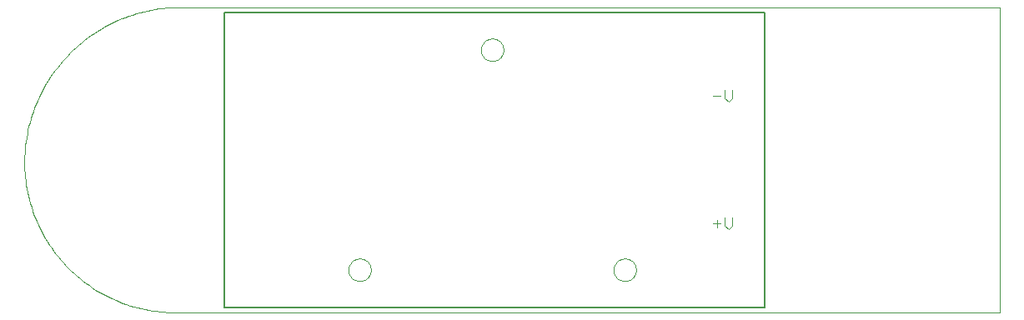
<source format=gbo>
G75*
%MOIN*%
%OFA0B0*%
%FSLAX24Y24*%
%IPPOS*%
%LPD*%
%AMOC8*
5,1,8,0,0,1.08239X$1,22.5*
%
%ADD10C,0.0000*%
%ADD11C,0.0050*%
%ADD12C,0.0040*%
D10*
X006701Y001180D02*
X039656Y001180D01*
X039656Y013385D01*
X006982Y013385D01*
X018930Y011680D02*
X018932Y011722D01*
X018938Y011764D01*
X018948Y011805D01*
X018961Y011845D01*
X018979Y011883D01*
X018999Y011920D01*
X019024Y011955D01*
X019051Y011987D01*
X019081Y012016D01*
X019114Y012043D01*
X019149Y012066D01*
X019186Y012086D01*
X019225Y012102D01*
X019265Y012115D01*
X019306Y012124D01*
X019348Y012129D01*
X019391Y012130D01*
X019433Y012127D01*
X019474Y012120D01*
X019515Y012109D01*
X019555Y012095D01*
X019593Y012077D01*
X019629Y012055D01*
X019663Y012030D01*
X019694Y012002D01*
X019723Y011971D01*
X019749Y011938D01*
X019771Y011902D01*
X019791Y011864D01*
X019806Y011825D01*
X019818Y011785D01*
X019826Y011743D01*
X019830Y011701D01*
X019830Y011659D01*
X019826Y011617D01*
X019818Y011575D01*
X019806Y011535D01*
X019791Y011496D01*
X019771Y011458D01*
X019749Y011422D01*
X019723Y011389D01*
X019694Y011358D01*
X019663Y011330D01*
X019629Y011305D01*
X019593Y011283D01*
X019555Y011265D01*
X019515Y011251D01*
X019474Y011240D01*
X019433Y011233D01*
X019391Y011230D01*
X019348Y011231D01*
X019306Y011236D01*
X019265Y011245D01*
X019225Y011258D01*
X019186Y011274D01*
X019149Y011294D01*
X019114Y011317D01*
X019081Y011344D01*
X019051Y011373D01*
X019024Y011405D01*
X018999Y011440D01*
X018979Y011477D01*
X018961Y011515D01*
X018948Y011555D01*
X018938Y011596D01*
X018932Y011638D01*
X018930Y011680D01*
X006983Y013384D02*
X006828Y013385D01*
X006673Y013381D01*
X006518Y013373D01*
X006363Y013362D01*
X006209Y013346D01*
X006055Y013327D01*
X005901Y013304D01*
X005749Y013278D01*
X005597Y013247D01*
X005445Y013213D01*
X005295Y013174D01*
X005146Y013133D01*
X004998Y013087D01*
X004851Y013038D01*
X004705Y012985D01*
X004560Y012928D01*
X004417Y012868D01*
X004276Y012804D01*
X004136Y012737D01*
X003998Y012667D01*
X003862Y012593D01*
X003728Y012515D01*
X003595Y012434D01*
X003465Y012350D01*
X003337Y012263D01*
X003211Y012173D01*
X003087Y012079D01*
X002966Y011983D01*
X002847Y011883D01*
X002730Y011780D01*
X002617Y011675D01*
X002505Y011567D01*
X002397Y011456D01*
X002291Y011342D01*
X002189Y011226D01*
X002089Y011107D01*
X001992Y010986D01*
X001898Y010863D01*
X001808Y010737D01*
X001720Y010609D01*
X001636Y010479D01*
X001555Y010346D01*
X001477Y010212D01*
X001403Y010076D01*
X001332Y009938D01*
X001265Y009798D01*
X001201Y009657D01*
X001141Y009514D01*
X001084Y009370D01*
X001031Y009224D01*
X000981Y009077D01*
X000935Y008929D01*
X000893Y008780D01*
X000855Y008630D01*
X000820Y008478D01*
X000789Y008326D01*
X000762Y008174D01*
X000739Y008020D01*
X000720Y007867D01*
X000704Y007712D01*
X000692Y007558D01*
X000685Y007403D01*
X000681Y007248D01*
X000680Y007248D02*
X000680Y007201D01*
X000682Y007048D01*
X000688Y006896D01*
X000697Y006744D01*
X000711Y006592D01*
X000728Y006440D01*
X000749Y006289D01*
X000774Y006139D01*
X000803Y005989D01*
X000836Y005840D01*
X000872Y005692D01*
X000912Y005545D01*
X000956Y005399D01*
X001004Y005254D01*
X001055Y005110D01*
X001110Y004968D01*
X001168Y004827D01*
X001230Y004687D01*
X001295Y004549D01*
X001364Y004413D01*
X001437Y004279D01*
X001512Y004147D01*
X001591Y004016D01*
X001674Y003888D01*
X001759Y003761D01*
X001848Y003637D01*
X001940Y003516D01*
X002035Y003396D01*
X002133Y003279D01*
X002233Y003165D01*
X002337Y003053D01*
X002444Y002944D01*
X002553Y002837D01*
X002665Y002733D01*
X002779Y002633D01*
X002896Y002535D01*
X003016Y002440D01*
X003137Y002348D01*
X003261Y002259D01*
X003388Y002174D01*
X003516Y002091D01*
X003647Y002012D01*
X003779Y001937D01*
X003913Y001864D01*
X004049Y001795D01*
X004187Y001730D01*
X004327Y001668D01*
X004468Y001610D01*
X004610Y001555D01*
X004754Y001504D01*
X004899Y001456D01*
X005045Y001412D01*
X005192Y001372D01*
X005340Y001336D01*
X005489Y001303D01*
X005639Y001274D01*
X005789Y001249D01*
X005940Y001228D01*
X006092Y001211D01*
X006244Y001197D01*
X006396Y001188D01*
X006548Y001182D01*
X006701Y001180D01*
X013630Y002880D02*
X013632Y002922D01*
X013638Y002964D01*
X013648Y003005D01*
X013661Y003045D01*
X013679Y003083D01*
X013699Y003120D01*
X013724Y003155D01*
X013751Y003187D01*
X013781Y003216D01*
X013814Y003243D01*
X013849Y003266D01*
X013886Y003286D01*
X013925Y003302D01*
X013965Y003315D01*
X014006Y003324D01*
X014048Y003329D01*
X014091Y003330D01*
X014133Y003327D01*
X014174Y003320D01*
X014215Y003309D01*
X014255Y003295D01*
X014293Y003277D01*
X014329Y003255D01*
X014363Y003230D01*
X014394Y003202D01*
X014423Y003171D01*
X014449Y003138D01*
X014471Y003102D01*
X014491Y003064D01*
X014506Y003025D01*
X014518Y002985D01*
X014526Y002943D01*
X014530Y002901D01*
X014530Y002859D01*
X014526Y002817D01*
X014518Y002775D01*
X014506Y002735D01*
X014491Y002696D01*
X014471Y002658D01*
X014449Y002622D01*
X014423Y002589D01*
X014394Y002558D01*
X014363Y002530D01*
X014329Y002505D01*
X014293Y002483D01*
X014255Y002465D01*
X014215Y002451D01*
X014174Y002440D01*
X014133Y002433D01*
X014091Y002430D01*
X014048Y002431D01*
X014006Y002436D01*
X013965Y002445D01*
X013925Y002458D01*
X013886Y002474D01*
X013849Y002494D01*
X013814Y002517D01*
X013781Y002544D01*
X013751Y002573D01*
X013724Y002605D01*
X013699Y002640D01*
X013679Y002677D01*
X013661Y002715D01*
X013648Y002755D01*
X013638Y002796D01*
X013632Y002838D01*
X013630Y002880D01*
X024230Y002880D02*
X024232Y002922D01*
X024238Y002964D01*
X024248Y003005D01*
X024261Y003045D01*
X024279Y003083D01*
X024299Y003120D01*
X024324Y003155D01*
X024351Y003187D01*
X024381Y003216D01*
X024414Y003243D01*
X024449Y003266D01*
X024486Y003286D01*
X024525Y003302D01*
X024565Y003315D01*
X024606Y003324D01*
X024648Y003329D01*
X024691Y003330D01*
X024733Y003327D01*
X024774Y003320D01*
X024815Y003309D01*
X024855Y003295D01*
X024893Y003277D01*
X024929Y003255D01*
X024963Y003230D01*
X024994Y003202D01*
X025023Y003171D01*
X025049Y003138D01*
X025071Y003102D01*
X025091Y003064D01*
X025106Y003025D01*
X025118Y002985D01*
X025126Y002943D01*
X025130Y002901D01*
X025130Y002859D01*
X025126Y002817D01*
X025118Y002775D01*
X025106Y002735D01*
X025091Y002696D01*
X025071Y002658D01*
X025049Y002622D01*
X025023Y002589D01*
X024994Y002558D01*
X024963Y002530D01*
X024929Y002505D01*
X024893Y002483D01*
X024855Y002465D01*
X024815Y002451D01*
X024774Y002440D01*
X024733Y002433D01*
X024691Y002430D01*
X024648Y002431D01*
X024606Y002436D01*
X024565Y002445D01*
X024525Y002458D01*
X024486Y002474D01*
X024449Y002494D01*
X024414Y002517D01*
X024381Y002544D01*
X024351Y002573D01*
X024324Y002605D01*
X024299Y002640D01*
X024279Y002677D01*
X024261Y002715D01*
X024248Y002755D01*
X024238Y002796D01*
X024232Y002838D01*
X024230Y002880D01*
D11*
X030280Y001380D02*
X030280Y013180D01*
X008680Y013180D01*
X008680Y001380D01*
X030280Y001380D01*
D12*
X028827Y004500D02*
X028674Y004653D01*
X028674Y004960D01*
X028981Y004960D02*
X028981Y004653D01*
X028827Y004500D01*
X028520Y004730D02*
X028213Y004730D01*
X028367Y004884D02*
X028367Y004577D01*
X028827Y009600D02*
X028674Y009753D01*
X028674Y010060D01*
X028981Y010060D02*
X028981Y009753D01*
X028827Y009600D01*
X028520Y009830D02*
X028213Y009830D01*
M02*

</source>
